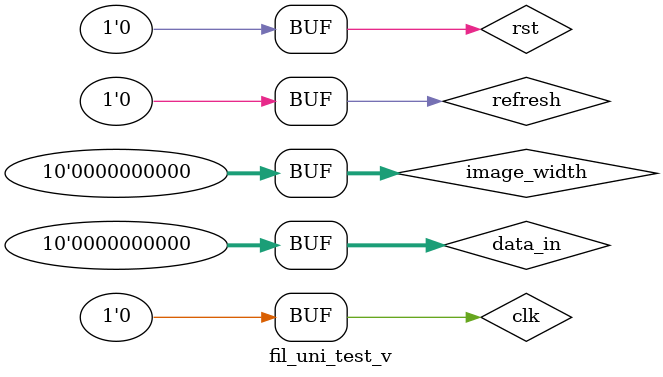
<source format=v>
`timescale 1ns / 1ps


module fil_uni_test_v;

	// Inputs
	reg [9:0] data_in;
	reg [9:0] image_width;
	reg clk;
	reg rst;
	reg refresh;

	// Outputs
	wire [9:0] data_out;

	// Instantiate the Unit Under Test (UUT)
	filter_unit uut (
		.data_in(data_in), 
		.image_width(image_width), 
		.clk(clk), 
		.rst(rst), 
		.refresh(refresh), 
		.data_out(data_out)
	);

	initial begin
		// Initialize Inputs
		data_in = 0;
		image_width = 0;
		clk = 0;
		rst = 0;
		refresh = 0;

		// Wait 100 ns for global reset to finish
		#100;
        
		// Add stimulus here

	end
      
endmodule


</source>
